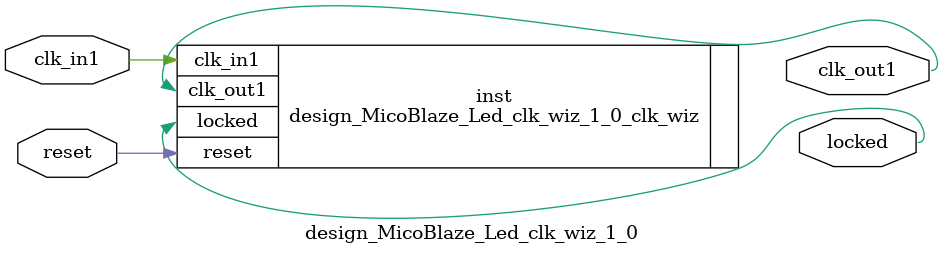
<source format=v>


`timescale 1ps/1ps

(* CORE_GENERATION_INFO = "design_MicoBlaze_Led_clk_wiz_1_0,clk_wiz_v6_0_5_0_0,{component_name=design_MicoBlaze_Led_clk_wiz_1_0,use_phase_alignment=true,use_min_o_jitter=false,use_max_i_jitter=false,use_dyn_phase_shift=false,use_inclk_switchover=false,use_dyn_reconfig=false,enable_axi=0,feedback_source=FDBK_AUTO,PRIMITIVE=MMCM,num_out_clk=1,clkin1_period=10.000,clkin2_period=10.000,use_power_down=false,use_reset=true,use_locked=true,use_inclk_stopped=false,feedback_type=SINGLE,CLOCK_MGR_TYPE=NA,manual_override=false}" *)

module design_MicoBlaze_Led_clk_wiz_1_0 
 (
  // Clock out ports
  output        clk_out1,
  // Status and control signals
  input         reset,
  output        locked,
 // Clock in ports
  input         clk_in1
 );

  design_MicoBlaze_Led_clk_wiz_1_0_clk_wiz inst
  (
  // Clock out ports  
  .clk_out1(clk_out1),
  // Status and control signals               
  .reset(reset), 
  .locked(locked),
 // Clock in ports
  .clk_in1(clk_in1)
  );

endmodule

</source>
